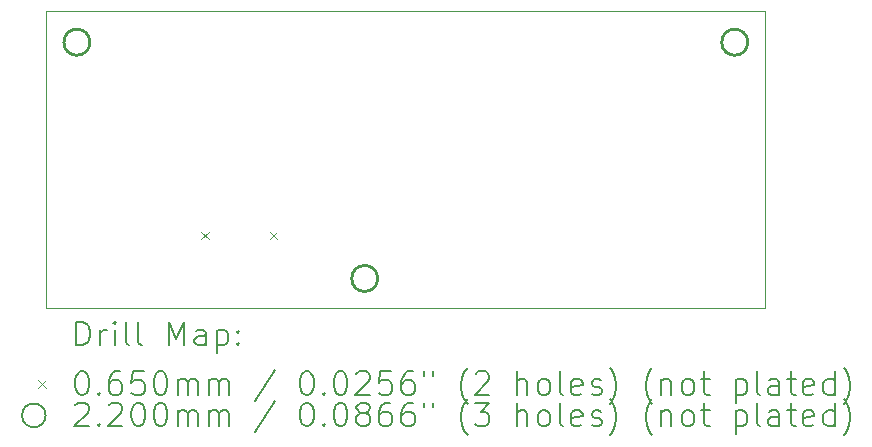
<source format=gbr>
%TF.GenerationSoftware,KiCad,Pcbnew,7.0.9-7.0.9~ubuntu22.04.1*%
%TF.CreationDate,2024-01-30T16:05:48+01:00*%
%TF.ProjectId,v7-soc-8bit,76372d73-6f63-42d3-9862-69742e6b6963,rev?*%
%TF.SameCoordinates,Original*%
%TF.FileFunction,Drillmap*%
%TF.FilePolarity,Positive*%
%FSLAX45Y45*%
G04 Gerber Fmt 4.5, Leading zero omitted, Abs format (unit mm)*
G04 Created by KiCad (PCBNEW 7.0.9-7.0.9~ubuntu22.04.1) date 2024-01-30 16:05:48*
%MOMM*%
%LPD*%
G01*
G04 APERTURE LIST*
%ADD10C,0.100000*%
%ADD11C,0.200000*%
%ADD12C,0.220000*%
G04 APERTURE END LIST*
D10*
X9290000Y-5765000D02*
X3200000Y-5765000D01*
X3200000Y-3250000D02*
X9290000Y-3250000D01*
X9290000Y-3250000D02*
X9290000Y-5765000D01*
X3200000Y-5765000D02*
X3200000Y-3250000D01*
D11*
D10*
X4514500Y-5117500D02*
X4579500Y-5182500D01*
X4579500Y-5117500D02*
X4514500Y-5182500D01*
X5092500Y-5117500D02*
X5157500Y-5182500D01*
X5157500Y-5117500D02*
X5092500Y-5182500D01*
D12*
X3570000Y-3515000D02*
G75*
G03*
X3570000Y-3515000I-110000J0D01*
G01*
X6007000Y-5515000D02*
G75*
G03*
X6007000Y-5515000I-110000J0D01*
G01*
X9140000Y-3515000D02*
G75*
G03*
X9140000Y-3515000I-110000J0D01*
G01*
D11*
X3455777Y-6081484D02*
X3455777Y-5881484D01*
X3455777Y-5881484D02*
X3503396Y-5881484D01*
X3503396Y-5881484D02*
X3531967Y-5891008D01*
X3531967Y-5891008D02*
X3551015Y-5910055D01*
X3551015Y-5910055D02*
X3560539Y-5929103D01*
X3560539Y-5929103D02*
X3570062Y-5967198D01*
X3570062Y-5967198D02*
X3570062Y-5995769D01*
X3570062Y-5995769D02*
X3560539Y-6033865D01*
X3560539Y-6033865D02*
X3551015Y-6052912D01*
X3551015Y-6052912D02*
X3531967Y-6071960D01*
X3531967Y-6071960D02*
X3503396Y-6081484D01*
X3503396Y-6081484D02*
X3455777Y-6081484D01*
X3655777Y-6081484D02*
X3655777Y-5948150D01*
X3655777Y-5986246D02*
X3665301Y-5967198D01*
X3665301Y-5967198D02*
X3674824Y-5957674D01*
X3674824Y-5957674D02*
X3693872Y-5948150D01*
X3693872Y-5948150D02*
X3712920Y-5948150D01*
X3779586Y-6081484D02*
X3779586Y-5948150D01*
X3779586Y-5881484D02*
X3770062Y-5891008D01*
X3770062Y-5891008D02*
X3779586Y-5900531D01*
X3779586Y-5900531D02*
X3789110Y-5891008D01*
X3789110Y-5891008D02*
X3779586Y-5881484D01*
X3779586Y-5881484D02*
X3779586Y-5900531D01*
X3903396Y-6081484D02*
X3884348Y-6071960D01*
X3884348Y-6071960D02*
X3874824Y-6052912D01*
X3874824Y-6052912D02*
X3874824Y-5881484D01*
X4008158Y-6081484D02*
X3989110Y-6071960D01*
X3989110Y-6071960D02*
X3979586Y-6052912D01*
X3979586Y-6052912D02*
X3979586Y-5881484D01*
X4236729Y-6081484D02*
X4236729Y-5881484D01*
X4236729Y-5881484D02*
X4303396Y-6024341D01*
X4303396Y-6024341D02*
X4370063Y-5881484D01*
X4370063Y-5881484D02*
X4370063Y-6081484D01*
X4551015Y-6081484D02*
X4551015Y-5976722D01*
X4551015Y-5976722D02*
X4541491Y-5957674D01*
X4541491Y-5957674D02*
X4522444Y-5948150D01*
X4522444Y-5948150D02*
X4484348Y-5948150D01*
X4484348Y-5948150D02*
X4465301Y-5957674D01*
X4551015Y-6071960D02*
X4531967Y-6081484D01*
X4531967Y-6081484D02*
X4484348Y-6081484D01*
X4484348Y-6081484D02*
X4465301Y-6071960D01*
X4465301Y-6071960D02*
X4455777Y-6052912D01*
X4455777Y-6052912D02*
X4455777Y-6033865D01*
X4455777Y-6033865D02*
X4465301Y-6014817D01*
X4465301Y-6014817D02*
X4484348Y-6005293D01*
X4484348Y-6005293D02*
X4531967Y-6005293D01*
X4531967Y-6005293D02*
X4551015Y-5995769D01*
X4646253Y-5948150D02*
X4646253Y-6148150D01*
X4646253Y-5957674D02*
X4665301Y-5948150D01*
X4665301Y-5948150D02*
X4703396Y-5948150D01*
X4703396Y-5948150D02*
X4722444Y-5957674D01*
X4722444Y-5957674D02*
X4731967Y-5967198D01*
X4731967Y-5967198D02*
X4741491Y-5986246D01*
X4741491Y-5986246D02*
X4741491Y-6043388D01*
X4741491Y-6043388D02*
X4731967Y-6062436D01*
X4731967Y-6062436D02*
X4722444Y-6071960D01*
X4722444Y-6071960D02*
X4703396Y-6081484D01*
X4703396Y-6081484D02*
X4665301Y-6081484D01*
X4665301Y-6081484D02*
X4646253Y-6071960D01*
X4827205Y-6062436D02*
X4836729Y-6071960D01*
X4836729Y-6071960D02*
X4827205Y-6081484D01*
X4827205Y-6081484D02*
X4817682Y-6071960D01*
X4817682Y-6071960D02*
X4827205Y-6062436D01*
X4827205Y-6062436D02*
X4827205Y-6081484D01*
X4827205Y-5957674D02*
X4836729Y-5967198D01*
X4836729Y-5967198D02*
X4827205Y-5976722D01*
X4827205Y-5976722D02*
X4817682Y-5967198D01*
X4817682Y-5967198D02*
X4827205Y-5957674D01*
X4827205Y-5957674D02*
X4827205Y-5976722D01*
D10*
X3130000Y-6377500D02*
X3195000Y-6442500D01*
X3195000Y-6377500D02*
X3130000Y-6442500D01*
D11*
X3493872Y-6301484D02*
X3512920Y-6301484D01*
X3512920Y-6301484D02*
X3531967Y-6311008D01*
X3531967Y-6311008D02*
X3541491Y-6320531D01*
X3541491Y-6320531D02*
X3551015Y-6339579D01*
X3551015Y-6339579D02*
X3560539Y-6377674D01*
X3560539Y-6377674D02*
X3560539Y-6425293D01*
X3560539Y-6425293D02*
X3551015Y-6463388D01*
X3551015Y-6463388D02*
X3541491Y-6482436D01*
X3541491Y-6482436D02*
X3531967Y-6491960D01*
X3531967Y-6491960D02*
X3512920Y-6501484D01*
X3512920Y-6501484D02*
X3493872Y-6501484D01*
X3493872Y-6501484D02*
X3474824Y-6491960D01*
X3474824Y-6491960D02*
X3465301Y-6482436D01*
X3465301Y-6482436D02*
X3455777Y-6463388D01*
X3455777Y-6463388D02*
X3446253Y-6425293D01*
X3446253Y-6425293D02*
X3446253Y-6377674D01*
X3446253Y-6377674D02*
X3455777Y-6339579D01*
X3455777Y-6339579D02*
X3465301Y-6320531D01*
X3465301Y-6320531D02*
X3474824Y-6311008D01*
X3474824Y-6311008D02*
X3493872Y-6301484D01*
X3646253Y-6482436D02*
X3655777Y-6491960D01*
X3655777Y-6491960D02*
X3646253Y-6501484D01*
X3646253Y-6501484D02*
X3636729Y-6491960D01*
X3636729Y-6491960D02*
X3646253Y-6482436D01*
X3646253Y-6482436D02*
X3646253Y-6501484D01*
X3827205Y-6301484D02*
X3789110Y-6301484D01*
X3789110Y-6301484D02*
X3770062Y-6311008D01*
X3770062Y-6311008D02*
X3760539Y-6320531D01*
X3760539Y-6320531D02*
X3741491Y-6349103D01*
X3741491Y-6349103D02*
X3731967Y-6387198D01*
X3731967Y-6387198D02*
X3731967Y-6463388D01*
X3731967Y-6463388D02*
X3741491Y-6482436D01*
X3741491Y-6482436D02*
X3751015Y-6491960D01*
X3751015Y-6491960D02*
X3770062Y-6501484D01*
X3770062Y-6501484D02*
X3808158Y-6501484D01*
X3808158Y-6501484D02*
X3827205Y-6491960D01*
X3827205Y-6491960D02*
X3836729Y-6482436D01*
X3836729Y-6482436D02*
X3846253Y-6463388D01*
X3846253Y-6463388D02*
X3846253Y-6415769D01*
X3846253Y-6415769D02*
X3836729Y-6396722D01*
X3836729Y-6396722D02*
X3827205Y-6387198D01*
X3827205Y-6387198D02*
X3808158Y-6377674D01*
X3808158Y-6377674D02*
X3770062Y-6377674D01*
X3770062Y-6377674D02*
X3751015Y-6387198D01*
X3751015Y-6387198D02*
X3741491Y-6396722D01*
X3741491Y-6396722D02*
X3731967Y-6415769D01*
X4027205Y-6301484D02*
X3931967Y-6301484D01*
X3931967Y-6301484D02*
X3922443Y-6396722D01*
X3922443Y-6396722D02*
X3931967Y-6387198D01*
X3931967Y-6387198D02*
X3951015Y-6377674D01*
X3951015Y-6377674D02*
X3998634Y-6377674D01*
X3998634Y-6377674D02*
X4017682Y-6387198D01*
X4017682Y-6387198D02*
X4027205Y-6396722D01*
X4027205Y-6396722D02*
X4036729Y-6415769D01*
X4036729Y-6415769D02*
X4036729Y-6463388D01*
X4036729Y-6463388D02*
X4027205Y-6482436D01*
X4027205Y-6482436D02*
X4017682Y-6491960D01*
X4017682Y-6491960D02*
X3998634Y-6501484D01*
X3998634Y-6501484D02*
X3951015Y-6501484D01*
X3951015Y-6501484D02*
X3931967Y-6491960D01*
X3931967Y-6491960D02*
X3922443Y-6482436D01*
X4160539Y-6301484D02*
X4179586Y-6301484D01*
X4179586Y-6301484D02*
X4198634Y-6311008D01*
X4198634Y-6311008D02*
X4208158Y-6320531D01*
X4208158Y-6320531D02*
X4217682Y-6339579D01*
X4217682Y-6339579D02*
X4227205Y-6377674D01*
X4227205Y-6377674D02*
X4227205Y-6425293D01*
X4227205Y-6425293D02*
X4217682Y-6463388D01*
X4217682Y-6463388D02*
X4208158Y-6482436D01*
X4208158Y-6482436D02*
X4198634Y-6491960D01*
X4198634Y-6491960D02*
X4179586Y-6501484D01*
X4179586Y-6501484D02*
X4160539Y-6501484D01*
X4160539Y-6501484D02*
X4141491Y-6491960D01*
X4141491Y-6491960D02*
X4131967Y-6482436D01*
X4131967Y-6482436D02*
X4122443Y-6463388D01*
X4122443Y-6463388D02*
X4112920Y-6425293D01*
X4112920Y-6425293D02*
X4112920Y-6377674D01*
X4112920Y-6377674D02*
X4122443Y-6339579D01*
X4122443Y-6339579D02*
X4131967Y-6320531D01*
X4131967Y-6320531D02*
X4141491Y-6311008D01*
X4141491Y-6311008D02*
X4160539Y-6301484D01*
X4312920Y-6501484D02*
X4312920Y-6368150D01*
X4312920Y-6387198D02*
X4322444Y-6377674D01*
X4322444Y-6377674D02*
X4341491Y-6368150D01*
X4341491Y-6368150D02*
X4370063Y-6368150D01*
X4370063Y-6368150D02*
X4389110Y-6377674D01*
X4389110Y-6377674D02*
X4398634Y-6396722D01*
X4398634Y-6396722D02*
X4398634Y-6501484D01*
X4398634Y-6396722D02*
X4408158Y-6377674D01*
X4408158Y-6377674D02*
X4427205Y-6368150D01*
X4427205Y-6368150D02*
X4455777Y-6368150D01*
X4455777Y-6368150D02*
X4474825Y-6377674D01*
X4474825Y-6377674D02*
X4484348Y-6396722D01*
X4484348Y-6396722D02*
X4484348Y-6501484D01*
X4579586Y-6501484D02*
X4579586Y-6368150D01*
X4579586Y-6387198D02*
X4589110Y-6377674D01*
X4589110Y-6377674D02*
X4608158Y-6368150D01*
X4608158Y-6368150D02*
X4636729Y-6368150D01*
X4636729Y-6368150D02*
X4655777Y-6377674D01*
X4655777Y-6377674D02*
X4665301Y-6396722D01*
X4665301Y-6396722D02*
X4665301Y-6501484D01*
X4665301Y-6396722D02*
X4674825Y-6377674D01*
X4674825Y-6377674D02*
X4693872Y-6368150D01*
X4693872Y-6368150D02*
X4722444Y-6368150D01*
X4722444Y-6368150D02*
X4741491Y-6377674D01*
X4741491Y-6377674D02*
X4751015Y-6396722D01*
X4751015Y-6396722D02*
X4751015Y-6501484D01*
X5141491Y-6291960D02*
X4970063Y-6549103D01*
X5398634Y-6301484D02*
X5417682Y-6301484D01*
X5417682Y-6301484D02*
X5436729Y-6311008D01*
X5436729Y-6311008D02*
X5446253Y-6320531D01*
X5446253Y-6320531D02*
X5455777Y-6339579D01*
X5455777Y-6339579D02*
X5465301Y-6377674D01*
X5465301Y-6377674D02*
X5465301Y-6425293D01*
X5465301Y-6425293D02*
X5455777Y-6463388D01*
X5455777Y-6463388D02*
X5446253Y-6482436D01*
X5446253Y-6482436D02*
X5436729Y-6491960D01*
X5436729Y-6491960D02*
X5417682Y-6501484D01*
X5417682Y-6501484D02*
X5398634Y-6501484D01*
X5398634Y-6501484D02*
X5379587Y-6491960D01*
X5379587Y-6491960D02*
X5370063Y-6482436D01*
X5370063Y-6482436D02*
X5360539Y-6463388D01*
X5360539Y-6463388D02*
X5351015Y-6425293D01*
X5351015Y-6425293D02*
X5351015Y-6377674D01*
X5351015Y-6377674D02*
X5360539Y-6339579D01*
X5360539Y-6339579D02*
X5370063Y-6320531D01*
X5370063Y-6320531D02*
X5379587Y-6311008D01*
X5379587Y-6311008D02*
X5398634Y-6301484D01*
X5551015Y-6482436D02*
X5560539Y-6491960D01*
X5560539Y-6491960D02*
X5551015Y-6501484D01*
X5551015Y-6501484D02*
X5541491Y-6491960D01*
X5541491Y-6491960D02*
X5551015Y-6482436D01*
X5551015Y-6482436D02*
X5551015Y-6501484D01*
X5684348Y-6301484D02*
X5703396Y-6301484D01*
X5703396Y-6301484D02*
X5722444Y-6311008D01*
X5722444Y-6311008D02*
X5731967Y-6320531D01*
X5731967Y-6320531D02*
X5741491Y-6339579D01*
X5741491Y-6339579D02*
X5751015Y-6377674D01*
X5751015Y-6377674D02*
X5751015Y-6425293D01*
X5751015Y-6425293D02*
X5741491Y-6463388D01*
X5741491Y-6463388D02*
X5731967Y-6482436D01*
X5731967Y-6482436D02*
X5722444Y-6491960D01*
X5722444Y-6491960D02*
X5703396Y-6501484D01*
X5703396Y-6501484D02*
X5684348Y-6501484D01*
X5684348Y-6501484D02*
X5665301Y-6491960D01*
X5665301Y-6491960D02*
X5655777Y-6482436D01*
X5655777Y-6482436D02*
X5646253Y-6463388D01*
X5646253Y-6463388D02*
X5636729Y-6425293D01*
X5636729Y-6425293D02*
X5636729Y-6377674D01*
X5636729Y-6377674D02*
X5646253Y-6339579D01*
X5646253Y-6339579D02*
X5655777Y-6320531D01*
X5655777Y-6320531D02*
X5665301Y-6311008D01*
X5665301Y-6311008D02*
X5684348Y-6301484D01*
X5827206Y-6320531D02*
X5836729Y-6311008D01*
X5836729Y-6311008D02*
X5855777Y-6301484D01*
X5855777Y-6301484D02*
X5903396Y-6301484D01*
X5903396Y-6301484D02*
X5922444Y-6311008D01*
X5922444Y-6311008D02*
X5931967Y-6320531D01*
X5931967Y-6320531D02*
X5941491Y-6339579D01*
X5941491Y-6339579D02*
X5941491Y-6358627D01*
X5941491Y-6358627D02*
X5931967Y-6387198D01*
X5931967Y-6387198D02*
X5817682Y-6501484D01*
X5817682Y-6501484D02*
X5941491Y-6501484D01*
X6122444Y-6301484D02*
X6027206Y-6301484D01*
X6027206Y-6301484D02*
X6017682Y-6396722D01*
X6017682Y-6396722D02*
X6027206Y-6387198D01*
X6027206Y-6387198D02*
X6046253Y-6377674D01*
X6046253Y-6377674D02*
X6093872Y-6377674D01*
X6093872Y-6377674D02*
X6112920Y-6387198D01*
X6112920Y-6387198D02*
X6122444Y-6396722D01*
X6122444Y-6396722D02*
X6131967Y-6415769D01*
X6131967Y-6415769D02*
X6131967Y-6463388D01*
X6131967Y-6463388D02*
X6122444Y-6482436D01*
X6122444Y-6482436D02*
X6112920Y-6491960D01*
X6112920Y-6491960D02*
X6093872Y-6501484D01*
X6093872Y-6501484D02*
X6046253Y-6501484D01*
X6046253Y-6501484D02*
X6027206Y-6491960D01*
X6027206Y-6491960D02*
X6017682Y-6482436D01*
X6303396Y-6301484D02*
X6265301Y-6301484D01*
X6265301Y-6301484D02*
X6246253Y-6311008D01*
X6246253Y-6311008D02*
X6236729Y-6320531D01*
X6236729Y-6320531D02*
X6217682Y-6349103D01*
X6217682Y-6349103D02*
X6208158Y-6387198D01*
X6208158Y-6387198D02*
X6208158Y-6463388D01*
X6208158Y-6463388D02*
X6217682Y-6482436D01*
X6217682Y-6482436D02*
X6227206Y-6491960D01*
X6227206Y-6491960D02*
X6246253Y-6501484D01*
X6246253Y-6501484D02*
X6284348Y-6501484D01*
X6284348Y-6501484D02*
X6303396Y-6491960D01*
X6303396Y-6491960D02*
X6312920Y-6482436D01*
X6312920Y-6482436D02*
X6322444Y-6463388D01*
X6322444Y-6463388D02*
X6322444Y-6415769D01*
X6322444Y-6415769D02*
X6312920Y-6396722D01*
X6312920Y-6396722D02*
X6303396Y-6387198D01*
X6303396Y-6387198D02*
X6284348Y-6377674D01*
X6284348Y-6377674D02*
X6246253Y-6377674D01*
X6246253Y-6377674D02*
X6227206Y-6387198D01*
X6227206Y-6387198D02*
X6217682Y-6396722D01*
X6217682Y-6396722D02*
X6208158Y-6415769D01*
X6398634Y-6301484D02*
X6398634Y-6339579D01*
X6474825Y-6301484D02*
X6474825Y-6339579D01*
X6770063Y-6577674D02*
X6760539Y-6568150D01*
X6760539Y-6568150D02*
X6741491Y-6539579D01*
X6741491Y-6539579D02*
X6731968Y-6520531D01*
X6731968Y-6520531D02*
X6722444Y-6491960D01*
X6722444Y-6491960D02*
X6712920Y-6444341D01*
X6712920Y-6444341D02*
X6712920Y-6406246D01*
X6712920Y-6406246D02*
X6722444Y-6358627D01*
X6722444Y-6358627D02*
X6731968Y-6330055D01*
X6731968Y-6330055D02*
X6741491Y-6311008D01*
X6741491Y-6311008D02*
X6760539Y-6282436D01*
X6760539Y-6282436D02*
X6770063Y-6272912D01*
X6836729Y-6320531D02*
X6846253Y-6311008D01*
X6846253Y-6311008D02*
X6865301Y-6301484D01*
X6865301Y-6301484D02*
X6912920Y-6301484D01*
X6912920Y-6301484D02*
X6931968Y-6311008D01*
X6931968Y-6311008D02*
X6941491Y-6320531D01*
X6941491Y-6320531D02*
X6951015Y-6339579D01*
X6951015Y-6339579D02*
X6951015Y-6358627D01*
X6951015Y-6358627D02*
X6941491Y-6387198D01*
X6941491Y-6387198D02*
X6827206Y-6501484D01*
X6827206Y-6501484D02*
X6951015Y-6501484D01*
X7189110Y-6501484D02*
X7189110Y-6301484D01*
X7274825Y-6501484D02*
X7274825Y-6396722D01*
X7274825Y-6396722D02*
X7265301Y-6377674D01*
X7265301Y-6377674D02*
X7246253Y-6368150D01*
X7246253Y-6368150D02*
X7217682Y-6368150D01*
X7217682Y-6368150D02*
X7198634Y-6377674D01*
X7198634Y-6377674D02*
X7189110Y-6387198D01*
X7398634Y-6501484D02*
X7379587Y-6491960D01*
X7379587Y-6491960D02*
X7370063Y-6482436D01*
X7370063Y-6482436D02*
X7360539Y-6463388D01*
X7360539Y-6463388D02*
X7360539Y-6406246D01*
X7360539Y-6406246D02*
X7370063Y-6387198D01*
X7370063Y-6387198D02*
X7379587Y-6377674D01*
X7379587Y-6377674D02*
X7398634Y-6368150D01*
X7398634Y-6368150D02*
X7427206Y-6368150D01*
X7427206Y-6368150D02*
X7446253Y-6377674D01*
X7446253Y-6377674D02*
X7455777Y-6387198D01*
X7455777Y-6387198D02*
X7465301Y-6406246D01*
X7465301Y-6406246D02*
X7465301Y-6463388D01*
X7465301Y-6463388D02*
X7455777Y-6482436D01*
X7455777Y-6482436D02*
X7446253Y-6491960D01*
X7446253Y-6491960D02*
X7427206Y-6501484D01*
X7427206Y-6501484D02*
X7398634Y-6501484D01*
X7579587Y-6501484D02*
X7560539Y-6491960D01*
X7560539Y-6491960D02*
X7551015Y-6472912D01*
X7551015Y-6472912D02*
X7551015Y-6301484D01*
X7731968Y-6491960D02*
X7712920Y-6501484D01*
X7712920Y-6501484D02*
X7674825Y-6501484D01*
X7674825Y-6501484D02*
X7655777Y-6491960D01*
X7655777Y-6491960D02*
X7646253Y-6472912D01*
X7646253Y-6472912D02*
X7646253Y-6396722D01*
X7646253Y-6396722D02*
X7655777Y-6377674D01*
X7655777Y-6377674D02*
X7674825Y-6368150D01*
X7674825Y-6368150D02*
X7712920Y-6368150D01*
X7712920Y-6368150D02*
X7731968Y-6377674D01*
X7731968Y-6377674D02*
X7741491Y-6396722D01*
X7741491Y-6396722D02*
X7741491Y-6415769D01*
X7741491Y-6415769D02*
X7646253Y-6434817D01*
X7817682Y-6491960D02*
X7836730Y-6501484D01*
X7836730Y-6501484D02*
X7874825Y-6501484D01*
X7874825Y-6501484D02*
X7893872Y-6491960D01*
X7893872Y-6491960D02*
X7903396Y-6472912D01*
X7903396Y-6472912D02*
X7903396Y-6463388D01*
X7903396Y-6463388D02*
X7893872Y-6444341D01*
X7893872Y-6444341D02*
X7874825Y-6434817D01*
X7874825Y-6434817D02*
X7846253Y-6434817D01*
X7846253Y-6434817D02*
X7827206Y-6425293D01*
X7827206Y-6425293D02*
X7817682Y-6406246D01*
X7817682Y-6406246D02*
X7817682Y-6396722D01*
X7817682Y-6396722D02*
X7827206Y-6377674D01*
X7827206Y-6377674D02*
X7846253Y-6368150D01*
X7846253Y-6368150D02*
X7874825Y-6368150D01*
X7874825Y-6368150D02*
X7893872Y-6377674D01*
X7970063Y-6577674D02*
X7979587Y-6568150D01*
X7979587Y-6568150D02*
X7998634Y-6539579D01*
X7998634Y-6539579D02*
X8008158Y-6520531D01*
X8008158Y-6520531D02*
X8017682Y-6491960D01*
X8017682Y-6491960D02*
X8027206Y-6444341D01*
X8027206Y-6444341D02*
X8027206Y-6406246D01*
X8027206Y-6406246D02*
X8017682Y-6358627D01*
X8017682Y-6358627D02*
X8008158Y-6330055D01*
X8008158Y-6330055D02*
X7998634Y-6311008D01*
X7998634Y-6311008D02*
X7979587Y-6282436D01*
X7979587Y-6282436D02*
X7970063Y-6272912D01*
X8331968Y-6577674D02*
X8322444Y-6568150D01*
X8322444Y-6568150D02*
X8303396Y-6539579D01*
X8303396Y-6539579D02*
X8293872Y-6520531D01*
X8293872Y-6520531D02*
X8284349Y-6491960D01*
X8284349Y-6491960D02*
X8274825Y-6444341D01*
X8274825Y-6444341D02*
X8274825Y-6406246D01*
X8274825Y-6406246D02*
X8284349Y-6358627D01*
X8284349Y-6358627D02*
X8293872Y-6330055D01*
X8293872Y-6330055D02*
X8303396Y-6311008D01*
X8303396Y-6311008D02*
X8322444Y-6282436D01*
X8322444Y-6282436D02*
X8331968Y-6272912D01*
X8408158Y-6368150D02*
X8408158Y-6501484D01*
X8408158Y-6387198D02*
X8417682Y-6377674D01*
X8417682Y-6377674D02*
X8436730Y-6368150D01*
X8436730Y-6368150D02*
X8465301Y-6368150D01*
X8465301Y-6368150D02*
X8484349Y-6377674D01*
X8484349Y-6377674D02*
X8493873Y-6396722D01*
X8493873Y-6396722D02*
X8493873Y-6501484D01*
X8617682Y-6501484D02*
X8598634Y-6491960D01*
X8598634Y-6491960D02*
X8589111Y-6482436D01*
X8589111Y-6482436D02*
X8579587Y-6463388D01*
X8579587Y-6463388D02*
X8579587Y-6406246D01*
X8579587Y-6406246D02*
X8589111Y-6387198D01*
X8589111Y-6387198D02*
X8598634Y-6377674D01*
X8598634Y-6377674D02*
X8617682Y-6368150D01*
X8617682Y-6368150D02*
X8646254Y-6368150D01*
X8646254Y-6368150D02*
X8665301Y-6377674D01*
X8665301Y-6377674D02*
X8674825Y-6387198D01*
X8674825Y-6387198D02*
X8684349Y-6406246D01*
X8684349Y-6406246D02*
X8684349Y-6463388D01*
X8684349Y-6463388D02*
X8674825Y-6482436D01*
X8674825Y-6482436D02*
X8665301Y-6491960D01*
X8665301Y-6491960D02*
X8646254Y-6501484D01*
X8646254Y-6501484D02*
X8617682Y-6501484D01*
X8741492Y-6368150D02*
X8817682Y-6368150D01*
X8770063Y-6301484D02*
X8770063Y-6472912D01*
X8770063Y-6472912D02*
X8779587Y-6491960D01*
X8779587Y-6491960D02*
X8798634Y-6501484D01*
X8798634Y-6501484D02*
X8817682Y-6501484D01*
X9036730Y-6368150D02*
X9036730Y-6568150D01*
X9036730Y-6377674D02*
X9055777Y-6368150D01*
X9055777Y-6368150D02*
X9093873Y-6368150D01*
X9093873Y-6368150D02*
X9112920Y-6377674D01*
X9112920Y-6377674D02*
X9122444Y-6387198D01*
X9122444Y-6387198D02*
X9131968Y-6406246D01*
X9131968Y-6406246D02*
X9131968Y-6463388D01*
X9131968Y-6463388D02*
X9122444Y-6482436D01*
X9122444Y-6482436D02*
X9112920Y-6491960D01*
X9112920Y-6491960D02*
X9093873Y-6501484D01*
X9093873Y-6501484D02*
X9055777Y-6501484D01*
X9055777Y-6501484D02*
X9036730Y-6491960D01*
X9246254Y-6501484D02*
X9227206Y-6491960D01*
X9227206Y-6491960D02*
X9217682Y-6472912D01*
X9217682Y-6472912D02*
X9217682Y-6301484D01*
X9408158Y-6501484D02*
X9408158Y-6396722D01*
X9408158Y-6396722D02*
X9398635Y-6377674D01*
X9398635Y-6377674D02*
X9379587Y-6368150D01*
X9379587Y-6368150D02*
X9341492Y-6368150D01*
X9341492Y-6368150D02*
X9322444Y-6377674D01*
X9408158Y-6491960D02*
X9389111Y-6501484D01*
X9389111Y-6501484D02*
X9341492Y-6501484D01*
X9341492Y-6501484D02*
X9322444Y-6491960D01*
X9322444Y-6491960D02*
X9312920Y-6472912D01*
X9312920Y-6472912D02*
X9312920Y-6453865D01*
X9312920Y-6453865D02*
X9322444Y-6434817D01*
X9322444Y-6434817D02*
X9341492Y-6425293D01*
X9341492Y-6425293D02*
X9389111Y-6425293D01*
X9389111Y-6425293D02*
X9408158Y-6415769D01*
X9474825Y-6368150D02*
X9551015Y-6368150D01*
X9503396Y-6301484D02*
X9503396Y-6472912D01*
X9503396Y-6472912D02*
X9512920Y-6491960D01*
X9512920Y-6491960D02*
X9531968Y-6501484D01*
X9531968Y-6501484D02*
X9551015Y-6501484D01*
X9693873Y-6491960D02*
X9674825Y-6501484D01*
X9674825Y-6501484D02*
X9636730Y-6501484D01*
X9636730Y-6501484D02*
X9617682Y-6491960D01*
X9617682Y-6491960D02*
X9608158Y-6472912D01*
X9608158Y-6472912D02*
X9608158Y-6396722D01*
X9608158Y-6396722D02*
X9617682Y-6377674D01*
X9617682Y-6377674D02*
X9636730Y-6368150D01*
X9636730Y-6368150D02*
X9674825Y-6368150D01*
X9674825Y-6368150D02*
X9693873Y-6377674D01*
X9693873Y-6377674D02*
X9703396Y-6396722D01*
X9703396Y-6396722D02*
X9703396Y-6415769D01*
X9703396Y-6415769D02*
X9608158Y-6434817D01*
X9874825Y-6501484D02*
X9874825Y-6301484D01*
X9874825Y-6491960D02*
X9855777Y-6501484D01*
X9855777Y-6501484D02*
X9817682Y-6501484D01*
X9817682Y-6501484D02*
X9798635Y-6491960D01*
X9798635Y-6491960D02*
X9789111Y-6482436D01*
X9789111Y-6482436D02*
X9779587Y-6463388D01*
X9779587Y-6463388D02*
X9779587Y-6406246D01*
X9779587Y-6406246D02*
X9789111Y-6387198D01*
X9789111Y-6387198D02*
X9798635Y-6377674D01*
X9798635Y-6377674D02*
X9817682Y-6368150D01*
X9817682Y-6368150D02*
X9855777Y-6368150D01*
X9855777Y-6368150D02*
X9874825Y-6377674D01*
X9951016Y-6577674D02*
X9960539Y-6568150D01*
X9960539Y-6568150D02*
X9979587Y-6539579D01*
X9979587Y-6539579D02*
X9989111Y-6520531D01*
X9989111Y-6520531D02*
X9998635Y-6491960D01*
X9998635Y-6491960D02*
X10008158Y-6444341D01*
X10008158Y-6444341D02*
X10008158Y-6406246D01*
X10008158Y-6406246D02*
X9998635Y-6358627D01*
X9998635Y-6358627D02*
X9989111Y-6330055D01*
X9989111Y-6330055D02*
X9979587Y-6311008D01*
X9979587Y-6311008D02*
X9960539Y-6282436D01*
X9960539Y-6282436D02*
X9951016Y-6272912D01*
X3195000Y-6674000D02*
G75*
G03*
X3195000Y-6674000I-100000J0D01*
G01*
X3446253Y-6584531D02*
X3455777Y-6575008D01*
X3455777Y-6575008D02*
X3474824Y-6565484D01*
X3474824Y-6565484D02*
X3522443Y-6565484D01*
X3522443Y-6565484D02*
X3541491Y-6575008D01*
X3541491Y-6575008D02*
X3551015Y-6584531D01*
X3551015Y-6584531D02*
X3560539Y-6603579D01*
X3560539Y-6603579D02*
X3560539Y-6622627D01*
X3560539Y-6622627D02*
X3551015Y-6651198D01*
X3551015Y-6651198D02*
X3436729Y-6765484D01*
X3436729Y-6765484D02*
X3560539Y-6765484D01*
X3646253Y-6746436D02*
X3655777Y-6755960D01*
X3655777Y-6755960D02*
X3646253Y-6765484D01*
X3646253Y-6765484D02*
X3636729Y-6755960D01*
X3636729Y-6755960D02*
X3646253Y-6746436D01*
X3646253Y-6746436D02*
X3646253Y-6765484D01*
X3731967Y-6584531D02*
X3741491Y-6575008D01*
X3741491Y-6575008D02*
X3760539Y-6565484D01*
X3760539Y-6565484D02*
X3808158Y-6565484D01*
X3808158Y-6565484D02*
X3827205Y-6575008D01*
X3827205Y-6575008D02*
X3836729Y-6584531D01*
X3836729Y-6584531D02*
X3846253Y-6603579D01*
X3846253Y-6603579D02*
X3846253Y-6622627D01*
X3846253Y-6622627D02*
X3836729Y-6651198D01*
X3836729Y-6651198D02*
X3722443Y-6765484D01*
X3722443Y-6765484D02*
X3846253Y-6765484D01*
X3970062Y-6565484D02*
X3989110Y-6565484D01*
X3989110Y-6565484D02*
X4008158Y-6575008D01*
X4008158Y-6575008D02*
X4017682Y-6584531D01*
X4017682Y-6584531D02*
X4027205Y-6603579D01*
X4027205Y-6603579D02*
X4036729Y-6641674D01*
X4036729Y-6641674D02*
X4036729Y-6689293D01*
X4036729Y-6689293D02*
X4027205Y-6727388D01*
X4027205Y-6727388D02*
X4017682Y-6746436D01*
X4017682Y-6746436D02*
X4008158Y-6755960D01*
X4008158Y-6755960D02*
X3989110Y-6765484D01*
X3989110Y-6765484D02*
X3970062Y-6765484D01*
X3970062Y-6765484D02*
X3951015Y-6755960D01*
X3951015Y-6755960D02*
X3941491Y-6746436D01*
X3941491Y-6746436D02*
X3931967Y-6727388D01*
X3931967Y-6727388D02*
X3922443Y-6689293D01*
X3922443Y-6689293D02*
X3922443Y-6641674D01*
X3922443Y-6641674D02*
X3931967Y-6603579D01*
X3931967Y-6603579D02*
X3941491Y-6584531D01*
X3941491Y-6584531D02*
X3951015Y-6575008D01*
X3951015Y-6575008D02*
X3970062Y-6565484D01*
X4160539Y-6565484D02*
X4179586Y-6565484D01*
X4179586Y-6565484D02*
X4198634Y-6575008D01*
X4198634Y-6575008D02*
X4208158Y-6584531D01*
X4208158Y-6584531D02*
X4217682Y-6603579D01*
X4217682Y-6603579D02*
X4227205Y-6641674D01*
X4227205Y-6641674D02*
X4227205Y-6689293D01*
X4227205Y-6689293D02*
X4217682Y-6727388D01*
X4217682Y-6727388D02*
X4208158Y-6746436D01*
X4208158Y-6746436D02*
X4198634Y-6755960D01*
X4198634Y-6755960D02*
X4179586Y-6765484D01*
X4179586Y-6765484D02*
X4160539Y-6765484D01*
X4160539Y-6765484D02*
X4141491Y-6755960D01*
X4141491Y-6755960D02*
X4131967Y-6746436D01*
X4131967Y-6746436D02*
X4122443Y-6727388D01*
X4122443Y-6727388D02*
X4112920Y-6689293D01*
X4112920Y-6689293D02*
X4112920Y-6641674D01*
X4112920Y-6641674D02*
X4122443Y-6603579D01*
X4122443Y-6603579D02*
X4131967Y-6584531D01*
X4131967Y-6584531D02*
X4141491Y-6575008D01*
X4141491Y-6575008D02*
X4160539Y-6565484D01*
X4312920Y-6765484D02*
X4312920Y-6632150D01*
X4312920Y-6651198D02*
X4322444Y-6641674D01*
X4322444Y-6641674D02*
X4341491Y-6632150D01*
X4341491Y-6632150D02*
X4370063Y-6632150D01*
X4370063Y-6632150D02*
X4389110Y-6641674D01*
X4389110Y-6641674D02*
X4398634Y-6660722D01*
X4398634Y-6660722D02*
X4398634Y-6765484D01*
X4398634Y-6660722D02*
X4408158Y-6641674D01*
X4408158Y-6641674D02*
X4427205Y-6632150D01*
X4427205Y-6632150D02*
X4455777Y-6632150D01*
X4455777Y-6632150D02*
X4474825Y-6641674D01*
X4474825Y-6641674D02*
X4484348Y-6660722D01*
X4484348Y-6660722D02*
X4484348Y-6765484D01*
X4579586Y-6765484D02*
X4579586Y-6632150D01*
X4579586Y-6651198D02*
X4589110Y-6641674D01*
X4589110Y-6641674D02*
X4608158Y-6632150D01*
X4608158Y-6632150D02*
X4636729Y-6632150D01*
X4636729Y-6632150D02*
X4655777Y-6641674D01*
X4655777Y-6641674D02*
X4665301Y-6660722D01*
X4665301Y-6660722D02*
X4665301Y-6765484D01*
X4665301Y-6660722D02*
X4674825Y-6641674D01*
X4674825Y-6641674D02*
X4693872Y-6632150D01*
X4693872Y-6632150D02*
X4722444Y-6632150D01*
X4722444Y-6632150D02*
X4741491Y-6641674D01*
X4741491Y-6641674D02*
X4751015Y-6660722D01*
X4751015Y-6660722D02*
X4751015Y-6765484D01*
X5141491Y-6555960D02*
X4970063Y-6813103D01*
X5398634Y-6565484D02*
X5417682Y-6565484D01*
X5417682Y-6565484D02*
X5436729Y-6575008D01*
X5436729Y-6575008D02*
X5446253Y-6584531D01*
X5446253Y-6584531D02*
X5455777Y-6603579D01*
X5455777Y-6603579D02*
X5465301Y-6641674D01*
X5465301Y-6641674D02*
X5465301Y-6689293D01*
X5465301Y-6689293D02*
X5455777Y-6727388D01*
X5455777Y-6727388D02*
X5446253Y-6746436D01*
X5446253Y-6746436D02*
X5436729Y-6755960D01*
X5436729Y-6755960D02*
X5417682Y-6765484D01*
X5417682Y-6765484D02*
X5398634Y-6765484D01*
X5398634Y-6765484D02*
X5379587Y-6755960D01*
X5379587Y-6755960D02*
X5370063Y-6746436D01*
X5370063Y-6746436D02*
X5360539Y-6727388D01*
X5360539Y-6727388D02*
X5351015Y-6689293D01*
X5351015Y-6689293D02*
X5351015Y-6641674D01*
X5351015Y-6641674D02*
X5360539Y-6603579D01*
X5360539Y-6603579D02*
X5370063Y-6584531D01*
X5370063Y-6584531D02*
X5379587Y-6575008D01*
X5379587Y-6575008D02*
X5398634Y-6565484D01*
X5551015Y-6746436D02*
X5560539Y-6755960D01*
X5560539Y-6755960D02*
X5551015Y-6765484D01*
X5551015Y-6765484D02*
X5541491Y-6755960D01*
X5541491Y-6755960D02*
X5551015Y-6746436D01*
X5551015Y-6746436D02*
X5551015Y-6765484D01*
X5684348Y-6565484D02*
X5703396Y-6565484D01*
X5703396Y-6565484D02*
X5722444Y-6575008D01*
X5722444Y-6575008D02*
X5731967Y-6584531D01*
X5731967Y-6584531D02*
X5741491Y-6603579D01*
X5741491Y-6603579D02*
X5751015Y-6641674D01*
X5751015Y-6641674D02*
X5751015Y-6689293D01*
X5751015Y-6689293D02*
X5741491Y-6727388D01*
X5741491Y-6727388D02*
X5731967Y-6746436D01*
X5731967Y-6746436D02*
X5722444Y-6755960D01*
X5722444Y-6755960D02*
X5703396Y-6765484D01*
X5703396Y-6765484D02*
X5684348Y-6765484D01*
X5684348Y-6765484D02*
X5665301Y-6755960D01*
X5665301Y-6755960D02*
X5655777Y-6746436D01*
X5655777Y-6746436D02*
X5646253Y-6727388D01*
X5646253Y-6727388D02*
X5636729Y-6689293D01*
X5636729Y-6689293D02*
X5636729Y-6641674D01*
X5636729Y-6641674D02*
X5646253Y-6603579D01*
X5646253Y-6603579D02*
X5655777Y-6584531D01*
X5655777Y-6584531D02*
X5665301Y-6575008D01*
X5665301Y-6575008D02*
X5684348Y-6565484D01*
X5865301Y-6651198D02*
X5846253Y-6641674D01*
X5846253Y-6641674D02*
X5836729Y-6632150D01*
X5836729Y-6632150D02*
X5827206Y-6613103D01*
X5827206Y-6613103D02*
X5827206Y-6603579D01*
X5827206Y-6603579D02*
X5836729Y-6584531D01*
X5836729Y-6584531D02*
X5846253Y-6575008D01*
X5846253Y-6575008D02*
X5865301Y-6565484D01*
X5865301Y-6565484D02*
X5903396Y-6565484D01*
X5903396Y-6565484D02*
X5922444Y-6575008D01*
X5922444Y-6575008D02*
X5931967Y-6584531D01*
X5931967Y-6584531D02*
X5941491Y-6603579D01*
X5941491Y-6603579D02*
X5941491Y-6613103D01*
X5941491Y-6613103D02*
X5931967Y-6632150D01*
X5931967Y-6632150D02*
X5922444Y-6641674D01*
X5922444Y-6641674D02*
X5903396Y-6651198D01*
X5903396Y-6651198D02*
X5865301Y-6651198D01*
X5865301Y-6651198D02*
X5846253Y-6660722D01*
X5846253Y-6660722D02*
X5836729Y-6670246D01*
X5836729Y-6670246D02*
X5827206Y-6689293D01*
X5827206Y-6689293D02*
X5827206Y-6727388D01*
X5827206Y-6727388D02*
X5836729Y-6746436D01*
X5836729Y-6746436D02*
X5846253Y-6755960D01*
X5846253Y-6755960D02*
X5865301Y-6765484D01*
X5865301Y-6765484D02*
X5903396Y-6765484D01*
X5903396Y-6765484D02*
X5922444Y-6755960D01*
X5922444Y-6755960D02*
X5931967Y-6746436D01*
X5931967Y-6746436D02*
X5941491Y-6727388D01*
X5941491Y-6727388D02*
X5941491Y-6689293D01*
X5941491Y-6689293D02*
X5931967Y-6670246D01*
X5931967Y-6670246D02*
X5922444Y-6660722D01*
X5922444Y-6660722D02*
X5903396Y-6651198D01*
X6112920Y-6565484D02*
X6074825Y-6565484D01*
X6074825Y-6565484D02*
X6055777Y-6575008D01*
X6055777Y-6575008D02*
X6046253Y-6584531D01*
X6046253Y-6584531D02*
X6027206Y-6613103D01*
X6027206Y-6613103D02*
X6017682Y-6651198D01*
X6017682Y-6651198D02*
X6017682Y-6727388D01*
X6017682Y-6727388D02*
X6027206Y-6746436D01*
X6027206Y-6746436D02*
X6036729Y-6755960D01*
X6036729Y-6755960D02*
X6055777Y-6765484D01*
X6055777Y-6765484D02*
X6093872Y-6765484D01*
X6093872Y-6765484D02*
X6112920Y-6755960D01*
X6112920Y-6755960D02*
X6122444Y-6746436D01*
X6122444Y-6746436D02*
X6131967Y-6727388D01*
X6131967Y-6727388D02*
X6131967Y-6679769D01*
X6131967Y-6679769D02*
X6122444Y-6660722D01*
X6122444Y-6660722D02*
X6112920Y-6651198D01*
X6112920Y-6651198D02*
X6093872Y-6641674D01*
X6093872Y-6641674D02*
X6055777Y-6641674D01*
X6055777Y-6641674D02*
X6036729Y-6651198D01*
X6036729Y-6651198D02*
X6027206Y-6660722D01*
X6027206Y-6660722D02*
X6017682Y-6679769D01*
X6303396Y-6565484D02*
X6265301Y-6565484D01*
X6265301Y-6565484D02*
X6246253Y-6575008D01*
X6246253Y-6575008D02*
X6236729Y-6584531D01*
X6236729Y-6584531D02*
X6217682Y-6613103D01*
X6217682Y-6613103D02*
X6208158Y-6651198D01*
X6208158Y-6651198D02*
X6208158Y-6727388D01*
X6208158Y-6727388D02*
X6217682Y-6746436D01*
X6217682Y-6746436D02*
X6227206Y-6755960D01*
X6227206Y-6755960D02*
X6246253Y-6765484D01*
X6246253Y-6765484D02*
X6284348Y-6765484D01*
X6284348Y-6765484D02*
X6303396Y-6755960D01*
X6303396Y-6755960D02*
X6312920Y-6746436D01*
X6312920Y-6746436D02*
X6322444Y-6727388D01*
X6322444Y-6727388D02*
X6322444Y-6679769D01*
X6322444Y-6679769D02*
X6312920Y-6660722D01*
X6312920Y-6660722D02*
X6303396Y-6651198D01*
X6303396Y-6651198D02*
X6284348Y-6641674D01*
X6284348Y-6641674D02*
X6246253Y-6641674D01*
X6246253Y-6641674D02*
X6227206Y-6651198D01*
X6227206Y-6651198D02*
X6217682Y-6660722D01*
X6217682Y-6660722D02*
X6208158Y-6679769D01*
X6398634Y-6565484D02*
X6398634Y-6603579D01*
X6474825Y-6565484D02*
X6474825Y-6603579D01*
X6770063Y-6841674D02*
X6760539Y-6832150D01*
X6760539Y-6832150D02*
X6741491Y-6803579D01*
X6741491Y-6803579D02*
X6731968Y-6784531D01*
X6731968Y-6784531D02*
X6722444Y-6755960D01*
X6722444Y-6755960D02*
X6712920Y-6708341D01*
X6712920Y-6708341D02*
X6712920Y-6670246D01*
X6712920Y-6670246D02*
X6722444Y-6622627D01*
X6722444Y-6622627D02*
X6731968Y-6594055D01*
X6731968Y-6594055D02*
X6741491Y-6575008D01*
X6741491Y-6575008D02*
X6760539Y-6546436D01*
X6760539Y-6546436D02*
X6770063Y-6536912D01*
X6827206Y-6565484D02*
X6951015Y-6565484D01*
X6951015Y-6565484D02*
X6884348Y-6641674D01*
X6884348Y-6641674D02*
X6912920Y-6641674D01*
X6912920Y-6641674D02*
X6931968Y-6651198D01*
X6931968Y-6651198D02*
X6941491Y-6660722D01*
X6941491Y-6660722D02*
X6951015Y-6679769D01*
X6951015Y-6679769D02*
X6951015Y-6727388D01*
X6951015Y-6727388D02*
X6941491Y-6746436D01*
X6941491Y-6746436D02*
X6931968Y-6755960D01*
X6931968Y-6755960D02*
X6912920Y-6765484D01*
X6912920Y-6765484D02*
X6855777Y-6765484D01*
X6855777Y-6765484D02*
X6836729Y-6755960D01*
X6836729Y-6755960D02*
X6827206Y-6746436D01*
X7189110Y-6765484D02*
X7189110Y-6565484D01*
X7274825Y-6765484D02*
X7274825Y-6660722D01*
X7274825Y-6660722D02*
X7265301Y-6641674D01*
X7265301Y-6641674D02*
X7246253Y-6632150D01*
X7246253Y-6632150D02*
X7217682Y-6632150D01*
X7217682Y-6632150D02*
X7198634Y-6641674D01*
X7198634Y-6641674D02*
X7189110Y-6651198D01*
X7398634Y-6765484D02*
X7379587Y-6755960D01*
X7379587Y-6755960D02*
X7370063Y-6746436D01*
X7370063Y-6746436D02*
X7360539Y-6727388D01*
X7360539Y-6727388D02*
X7360539Y-6670246D01*
X7360539Y-6670246D02*
X7370063Y-6651198D01*
X7370063Y-6651198D02*
X7379587Y-6641674D01*
X7379587Y-6641674D02*
X7398634Y-6632150D01*
X7398634Y-6632150D02*
X7427206Y-6632150D01*
X7427206Y-6632150D02*
X7446253Y-6641674D01*
X7446253Y-6641674D02*
X7455777Y-6651198D01*
X7455777Y-6651198D02*
X7465301Y-6670246D01*
X7465301Y-6670246D02*
X7465301Y-6727388D01*
X7465301Y-6727388D02*
X7455777Y-6746436D01*
X7455777Y-6746436D02*
X7446253Y-6755960D01*
X7446253Y-6755960D02*
X7427206Y-6765484D01*
X7427206Y-6765484D02*
X7398634Y-6765484D01*
X7579587Y-6765484D02*
X7560539Y-6755960D01*
X7560539Y-6755960D02*
X7551015Y-6736912D01*
X7551015Y-6736912D02*
X7551015Y-6565484D01*
X7731968Y-6755960D02*
X7712920Y-6765484D01*
X7712920Y-6765484D02*
X7674825Y-6765484D01*
X7674825Y-6765484D02*
X7655777Y-6755960D01*
X7655777Y-6755960D02*
X7646253Y-6736912D01*
X7646253Y-6736912D02*
X7646253Y-6660722D01*
X7646253Y-6660722D02*
X7655777Y-6641674D01*
X7655777Y-6641674D02*
X7674825Y-6632150D01*
X7674825Y-6632150D02*
X7712920Y-6632150D01*
X7712920Y-6632150D02*
X7731968Y-6641674D01*
X7731968Y-6641674D02*
X7741491Y-6660722D01*
X7741491Y-6660722D02*
X7741491Y-6679769D01*
X7741491Y-6679769D02*
X7646253Y-6698817D01*
X7817682Y-6755960D02*
X7836730Y-6765484D01*
X7836730Y-6765484D02*
X7874825Y-6765484D01*
X7874825Y-6765484D02*
X7893872Y-6755960D01*
X7893872Y-6755960D02*
X7903396Y-6736912D01*
X7903396Y-6736912D02*
X7903396Y-6727388D01*
X7903396Y-6727388D02*
X7893872Y-6708341D01*
X7893872Y-6708341D02*
X7874825Y-6698817D01*
X7874825Y-6698817D02*
X7846253Y-6698817D01*
X7846253Y-6698817D02*
X7827206Y-6689293D01*
X7827206Y-6689293D02*
X7817682Y-6670246D01*
X7817682Y-6670246D02*
X7817682Y-6660722D01*
X7817682Y-6660722D02*
X7827206Y-6641674D01*
X7827206Y-6641674D02*
X7846253Y-6632150D01*
X7846253Y-6632150D02*
X7874825Y-6632150D01*
X7874825Y-6632150D02*
X7893872Y-6641674D01*
X7970063Y-6841674D02*
X7979587Y-6832150D01*
X7979587Y-6832150D02*
X7998634Y-6803579D01*
X7998634Y-6803579D02*
X8008158Y-6784531D01*
X8008158Y-6784531D02*
X8017682Y-6755960D01*
X8017682Y-6755960D02*
X8027206Y-6708341D01*
X8027206Y-6708341D02*
X8027206Y-6670246D01*
X8027206Y-6670246D02*
X8017682Y-6622627D01*
X8017682Y-6622627D02*
X8008158Y-6594055D01*
X8008158Y-6594055D02*
X7998634Y-6575008D01*
X7998634Y-6575008D02*
X7979587Y-6546436D01*
X7979587Y-6546436D02*
X7970063Y-6536912D01*
X8331968Y-6841674D02*
X8322444Y-6832150D01*
X8322444Y-6832150D02*
X8303396Y-6803579D01*
X8303396Y-6803579D02*
X8293872Y-6784531D01*
X8293872Y-6784531D02*
X8284349Y-6755960D01*
X8284349Y-6755960D02*
X8274825Y-6708341D01*
X8274825Y-6708341D02*
X8274825Y-6670246D01*
X8274825Y-6670246D02*
X8284349Y-6622627D01*
X8284349Y-6622627D02*
X8293872Y-6594055D01*
X8293872Y-6594055D02*
X8303396Y-6575008D01*
X8303396Y-6575008D02*
X8322444Y-6546436D01*
X8322444Y-6546436D02*
X8331968Y-6536912D01*
X8408158Y-6632150D02*
X8408158Y-6765484D01*
X8408158Y-6651198D02*
X8417682Y-6641674D01*
X8417682Y-6641674D02*
X8436730Y-6632150D01*
X8436730Y-6632150D02*
X8465301Y-6632150D01*
X8465301Y-6632150D02*
X8484349Y-6641674D01*
X8484349Y-6641674D02*
X8493873Y-6660722D01*
X8493873Y-6660722D02*
X8493873Y-6765484D01*
X8617682Y-6765484D02*
X8598634Y-6755960D01*
X8598634Y-6755960D02*
X8589111Y-6746436D01*
X8589111Y-6746436D02*
X8579587Y-6727388D01*
X8579587Y-6727388D02*
X8579587Y-6670246D01*
X8579587Y-6670246D02*
X8589111Y-6651198D01*
X8589111Y-6651198D02*
X8598634Y-6641674D01*
X8598634Y-6641674D02*
X8617682Y-6632150D01*
X8617682Y-6632150D02*
X8646254Y-6632150D01*
X8646254Y-6632150D02*
X8665301Y-6641674D01*
X8665301Y-6641674D02*
X8674825Y-6651198D01*
X8674825Y-6651198D02*
X8684349Y-6670246D01*
X8684349Y-6670246D02*
X8684349Y-6727388D01*
X8684349Y-6727388D02*
X8674825Y-6746436D01*
X8674825Y-6746436D02*
X8665301Y-6755960D01*
X8665301Y-6755960D02*
X8646254Y-6765484D01*
X8646254Y-6765484D02*
X8617682Y-6765484D01*
X8741492Y-6632150D02*
X8817682Y-6632150D01*
X8770063Y-6565484D02*
X8770063Y-6736912D01*
X8770063Y-6736912D02*
X8779587Y-6755960D01*
X8779587Y-6755960D02*
X8798634Y-6765484D01*
X8798634Y-6765484D02*
X8817682Y-6765484D01*
X9036730Y-6632150D02*
X9036730Y-6832150D01*
X9036730Y-6641674D02*
X9055777Y-6632150D01*
X9055777Y-6632150D02*
X9093873Y-6632150D01*
X9093873Y-6632150D02*
X9112920Y-6641674D01*
X9112920Y-6641674D02*
X9122444Y-6651198D01*
X9122444Y-6651198D02*
X9131968Y-6670246D01*
X9131968Y-6670246D02*
X9131968Y-6727388D01*
X9131968Y-6727388D02*
X9122444Y-6746436D01*
X9122444Y-6746436D02*
X9112920Y-6755960D01*
X9112920Y-6755960D02*
X9093873Y-6765484D01*
X9093873Y-6765484D02*
X9055777Y-6765484D01*
X9055777Y-6765484D02*
X9036730Y-6755960D01*
X9246254Y-6765484D02*
X9227206Y-6755960D01*
X9227206Y-6755960D02*
X9217682Y-6736912D01*
X9217682Y-6736912D02*
X9217682Y-6565484D01*
X9408158Y-6765484D02*
X9408158Y-6660722D01*
X9408158Y-6660722D02*
X9398635Y-6641674D01*
X9398635Y-6641674D02*
X9379587Y-6632150D01*
X9379587Y-6632150D02*
X9341492Y-6632150D01*
X9341492Y-6632150D02*
X9322444Y-6641674D01*
X9408158Y-6755960D02*
X9389111Y-6765484D01*
X9389111Y-6765484D02*
X9341492Y-6765484D01*
X9341492Y-6765484D02*
X9322444Y-6755960D01*
X9322444Y-6755960D02*
X9312920Y-6736912D01*
X9312920Y-6736912D02*
X9312920Y-6717865D01*
X9312920Y-6717865D02*
X9322444Y-6698817D01*
X9322444Y-6698817D02*
X9341492Y-6689293D01*
X9341492Y-6689293D02*
X9389111Y-6689293D01*
X9389111Y-6689293D02*
X9408158Y-6679769D01*
X9474825Y-6632150D02*
X9551015Y-6632150D01*
X9503396Y-6565484D02*
X9503396Y-6736912D01*
X9503396Y-6736912D02*
X9512920Y-6755960D01*
X9512920Y-6755960D02*
X9531968Y-6765484D01*
X9531968Y-6765484D02*
X9551015Y-6765484D01*
X9693873Y-6755960D02*
X9674825Y-6765484D01*
X9674825Y-6765484D02*
X9636730Y-6765484D01*
X9636730Y-6765484D02*
X9617682Y-6755960D01*
X9617682Y-6755960D02*
X9608158Y-6736912D01*
X9608158Y-6736912D02*
X9608158Y-6660722D01*
X9608158Y-6660722D02*
X9617682Y-6641674D01*
X9617682Y-6641674D02*
X9636730Y-6632150D01*
X9636730Y-6632150D02*
X9674825Y-6632150D01*
X9674825Y-6632150D02*
X9693873Y-6641674D01*
X9693873Y-6641674D02*
X9703396Y-6660722D01*
X9703396Y-6660722D02*
X9703396Y-6679769D01*
X9703396Y-6679769D02*
X9608158Y-6698817D01*
X9874825Y-6765484D02*
X9874825Y-6565484D01*
X9874825Y-6755960D02*
X9855777Y-6765484D01*
X9855777Y-6765484D02*
X9817682Y-6765484D01*
X9817682Y-6765484D02*
X9798635Y-6755960D01*
X9798635Y-6755960D02*
X9789111Y-6746436D01*
X9789111Y-6746436D02*
X9779587Y-6727388D01*
X9779587Y-6727388D02*
X9779587Y-6670246D01*
X9779587Y-6670246D02*
X9789111Y-6651198D01*
X9789111Y-6651198D02*
X9798635Y-6641674D01*
X9798635Y-6641674D02*
X9817682Y-6632150D01*
X9817682Y-6632150D02*
X9855777Y-6632150D01*
X9855777Y-6632150D02*
X9874825Y-6641674D01*
X9951016Y-6841674D02*
X9960539Y-6832150D01*
X9960539Y-6832150D02*
X9979587Y-6803579D01*
X9979587Y-6803579D02*
X9989111Y-6784531D01*
X9989111Y-6784531D02*
X9998635Y-6755960D01*
X9998635Y-6755960D02*
X10008158Y-6708341D01*
X10008158Y-6708341D02*
X10008158Y-6670246D01*
X10008158Y-6670246D02*
X9998635Y-6622627D01*
X9998635Y-6622627D02*
X9989111Y-6594055D01*
X9989111Y-6594055D02*
X9979587Y-6575008D01*
X9979587Y-6575008D02*
X9960539Y-6546436D01*
X9960539Y-6546436D02*
X9951016Y-6536912D01*
M02*

</source>
